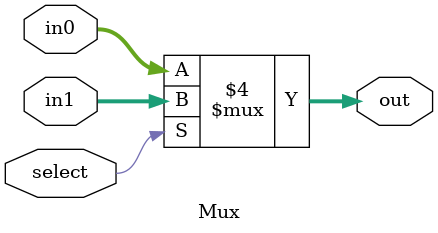
<source format=sv>
/*
	MULTIPLEXOR 2 a 1 GENERICO:
	El siguiente módulo tiene como parámetro una variable que por defecto
	es 2 y define la cantidad de bits que se recibe en las entradas in0 e
	in1, ello permite que el módulo pueda ser reutilizado en diferentes
	partes del circuito a desarrollar.
	Vale resaltar que siempre se recibe una señal de 1 bit que le permite
	al MUX seleccionar ya sea in0 o in1 como señal de salida.
*/

module Mux #(parameter width = 2)	//Debe ser mayor a 0
				(input logic select,						//Entrada a tomar (in0 o in1)
				 input logic [width-1:0] in0, in1,	//Posibles valores a seleccionar
				 output logic [width-1:0] out );
 
 always_comb begin
  if( select == 0 )
   out = in0;
  else
   out = in1;
 end

endmodule

</source>
